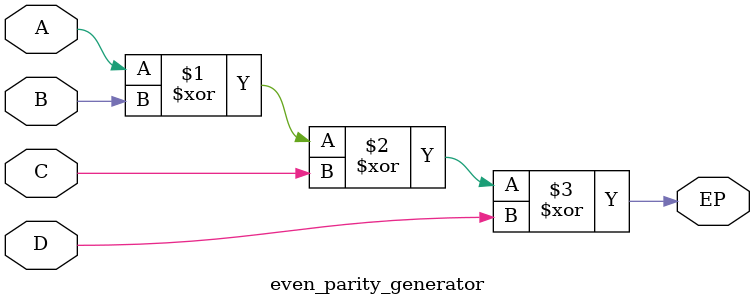
<source format=v>
/* module even_parity_generator
*
*  Purpose: Generates an EVEN parity bit to output
*
*  Input: Four inputs A,B,C,D
*  Output: Even parity bit output EP
*  Student: Jonathan Boryla
*  Date: March 12,2018
*		    
*/
module even_parity_generator (A,B,C,D,EP); //module name and ports

	input wire A,B,C,D; //Inputs 
	output wire EP;	//Outputs

	assign EP = A^B^C^D; //XOR A,B,C,D and assign to EP to produce an even parity bit

endmodule

</source>
